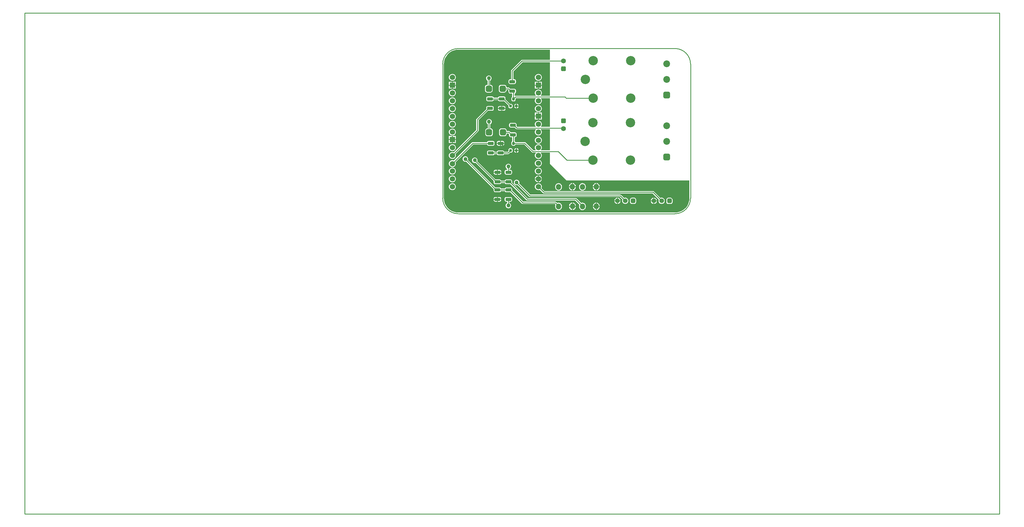
<source format=gtl>
G04*
G04 #@! TF.GenerationSoftware,Altium Limited,Altium Designer,21.3.2 (30)*
G04*
G04 Layer_Physical_Order=1*
G04 Layer_Color=255*
%FSTAX24Y24*%
%MOIN*%
G70*
G04*
G04 #@! TF.SameCoordinates,2CDE0281-AAEF-468F-B01B-39F68B6DA6A9*
G04*
G04*
G04 #@! TF.FilePolarity,Positive*
G04*
G01*
G75*
%ADD10C,0.0100*%
G04:AMPARAMS|DCode=18|XSize=74.8mil|YSize=39.4mil|CornerRadius=9.8mil|HoleSize=0mil|Usage=FLASHONLY|Rotation=0.000|XOffset=0mil|YOffset=0mil|HoleType=Round|Shape=RoundedRectangle|*
%AMROUNDEDRECTD18*
21,1,0.0748,0.0197,0,0,0.0*
21,1,0.0551,0.0394,0,0,0.0*
1,1,0.0197,0.0276,-0.0098*
1,1,0.0197,-0.0276,-0.0098*
1,1,0.0197,-0.0276,0.0098*
1,1,0.0197,0.0276,0.0098*
%
%ADD18ROUNDEDRECTD18*%
G04:AMPARAMS|DCode=19|XSize=31.5mil|YSize=39.4mil|CornerRadius=7.9mil|HoleSize=0mil|Usage=FLASHONLY|Rotation=180.000|XOffset=0mil|YOffset=0mil|HoleType=Round|Shape=RoundedRectangle|*
%AMROUNDEDRECTD19*
21,1,0.0315,0.0236,0,0,180.0*
21,1,0.0157,0.0394,0,0,180.0*
1,1,0.0157,-0.0079,0.0118*
1,1,0.0157,0.0079,0.0118*
1,1,0.0157,0.0079,-0.0118*
1,1,0.0157,-0.0079,-0.0118*
%
%ADD19ROUNDEDRECTD19*%
G04:AMPARAMS|DCode=20|XSize=31.5mil|YSize=35.4mil|CornerRadius=7.9mil|HoleSize=0mil|Usage=FLASHONLY|Rotation=180.000|XOffset=0mil|YOffset=0mil|HoleType=Round|Shape=RoundedRectangle|*
%AMROUNDEDRECTD20*
21,1,0.0315,0.0197,0,0,180.0*
21,1,0.0157,0.0354,0,0,180.0*
1,1,0.0157,-0.0079,0.0098*
1,1,0.0157,0.0079,0.0098*
1,1,0.0157,0.0079,-0.0098*
1,1,0.0157,-0.0079,-0.0098*
%
%ADD20ROUNDEDRECTD20*%
G04:AMPARAMS|DCode=21|XSize=78.7mil|YSize=78.7mil|CornerRadius=19.7mil|HoleSize=0mil|Usage=FLASHONLY|Rotation=270.000|XOffset=0mil|YOffset=0mil|HoleType=Round|Shape=RoundedRectangle|*
%AMROUNDEDRECTD21*
21,1,0.0787,0.0394,0,0,270.0*
21,1,0.0394,0.0787,0,0,270.0*
1,1,0.0394,-0.0197,-0.0197*
1,1,0.0394,-0.0197,0.0197*
1,1,0.0394,0.0197,0.0197*
1,1,0.0394,0.0197,-0.0197*
%
%ADD21ROUNDEDRECTD21*%
%ADD32C,0.0866*%
G04:AMPARAMS|DCode=33|XSize=86.6mil|YSize=86.6mil|CornerRadius=21.7mil|HoleSize=0mil|Usage=FLASHONLY|Rotation=90.000|XOffset=0mil|YOffset=0mil|HoleType=Round|Shape=RoundedRectangle|*
%AMROUNDEDRECTD33*
21,1,0.0866,0.0433,0,0,90.0*
21,1,0.0433,0.0866,0,0,90.0*
1,1,0.0433,0.0217,0.0217*
1,1,0.0433,0.0217,-0.0217*
1,1,0.0433,-0.0217,-0.0217*
1,1,0.0433,-0.0217,0.0217*
%
%ADD33ROUNDEDRECTD33*%
%ADD37C,0.0200*%
G04:AMPARAMS|DCode=38|XSize=63mil|YSize=63mil|CornerRadius=15.7mil|HoleSize=0mil|Usage=FLASHONLY|Rotation=90.000|XOffset=0mil|YOffset=0mil|HoleType=Round|Shape=RoundedRectangle|*
%AMROUNDEDRECTD38*
21,1,0.0630,0.0315,0,0,90.0*
21,1,0.0315,0.0630,0,0,90.0*
1,1,0.0315,0.0157,0.0157*
1,1,0.0315,0.0157,-0.0157*
1,1,0.0315,-0.0157,-0.0157*
1,1,0.0315,-0.0157,0.0157*
%
%ADD38ROUNDEDRECTD38*%
%ADD39C,0.0630*%
%ADD40C,0.0690*%
%ADD41R,0.0690X0.0690*%
%ADD42O,0.0650X0.0750*%
%ADD43C,0.1200*%
%ADD44C,0.0591*%
G04:AMPARAMS|DCode=45|XSize=59.1mil|YSize=59.1mil|CornerRadius=14.8mil|HoleSize=0mil|Usage=FLASHONLY|Rotation=180.000|XOffset=0mil|YOffset=0mil|HoleType=Round|Shape=RoundedRectangle|*
%AMROUNDEDRECTD45*
21,1,0.0591,0.0295,0,0,180.0*
21,1,0.0295,0.0591,0,0,180.0*
1,1,0.0295,-0.0148,0.0148*
1,1,0.0295,0.0148,0.0148*
1,1,0.0295,0.0148,-0.0148*
1,1,0.0295,-0.0148,-0.0148*
%
%ADD45ROUNDEDRECTD45*%
%ADD46C,0.0500*%
G36*
X05545Y059447D02*
X06715D01*
Y058153D01*
X0636D01*
X063541Y058141D01*
X063492Y058108D01*
X062237Y056853D01*
X062204Y056804D01*
X062192Y056745D01*
Y055661D01*
X062069D01*
X061992Y055646D01*
X061926Y055602D01*
X061883Y055536D01*
X061867Y055459D01*
Y055262D01*
X061883Y055184D01*
X061926Y055119D01*
X061992Y055075D01*
X062069Y055059D01*
X062621D01*
X062698Y055075D01*
X062764Y055119D01*
X062808Y055184D01*
X062823Y055262D01*
Y055459D01*
X062808Y055536D01*
X062764Y055602D01*
X062698Y055646D01*
X062621Y055661D01*
X062498D01*
Y056682D01*
X063663Y057847D01*
X06715D01*
Y053558D01*
X066033D01*
X066013Y053604D01*
X066046Y053637D01*
X066105Y053738D01*
X066135Y053851D01*
Y053969D01*
X066105Y054082D01*
X066046Y054183D01*
X065963Y054266D01*
X065862Y054325D01*
X065749Y054355D01*
X065631D01*
X065518Y054325D01*
X065417Y054266D01*
X065334Y054183D01*
X065275Y054082D01*
X065245Y053969D01*
Y053851D01*
X065275Y053738D01*
X065334Y053637D01*
X065367Y053604D01*
X065347Y053558D01*
X064384D01*
X064358Y053553D01*
X062762D01*
X062703Y053541D01*
X062703Y053541D01*
X062653Y053568D01*
Y053845D01*
X062698Y053854D01*
X062764Y053898D01*
X062808Y053964D01*
X062823Y054041D01*
Y054238D01*
X062808Y054316D01*
X062764Y054381D01*
X062698Y054425D01*
X062621Y05444D01*
X062083D01*
X061961Y054563D01*
X061911Y054596D01*
X061853Y054608D01*
X061618D01*
Y054652D01*
X061608Y054729D01*
X061578Y054801D01*
X06153Y054863D01*
X061468Y054911D01*
X061396Y054941D01*
X061318Y054951D01*
X060925D01*
X060847Y054941D01*
X060775Y054911D01*
X060713Y054863D01*
X060666Y054801D01*
X060636Y054729D01*
X060625Y054652D01*
Y054258D01*
X060636Y054181D01*
X060666Y054108D01*
X060713Y054046D01*
X060775Y053999D01*
X060847Y053969D01*
X060925Y053959D01*
X061318D01*
X061396Y053969D01*
X061468Y053999D01*
X06153Y054046D01*
X061578Y054108D01*
X061608Y054181D01*
X061618Y054258D01*
Y054302D01*
X061789D01*
X061867Y054224D01*
Y054041D01*
X061883Y053964D01*
X061926Y053898D01*
X061992Y053854D01*
X062069Y053839D01*
X062347D01*
Y053422D01*
X062292Y053385D01*
X062253Y053326D01*
X062239Y053256D01*
Y05302D01*
X062253Y05295D01*
X062292Y052891D01*
X062352Y052852D01*
X062421Y052838D01*
X062579D01*
X062648Y052852D01*
X062708Y052891D01*
X062747Y05295D01*
X062761Y05302D01*
Y053183D01*
X062825Y053247D01*
X064379D01*
X064404Y053252D01*
X065337D01*
X065357Y053206D01*
X065334Y053183D01*
X065275Y053082D01*
X065245Y052969D01*
Y052851D01*
X065275Y052738D01*
X065334Y052637D01*
X065417Y052554D01*
X065518Y052495D01*
X065631Y052465D01*
X065749D01*
X065862Y052495D01*
X065963Y052554D01*
X066046Y052637D01*
X066105Y052738D01*
X066135Y052851D01*
Y052969D01*
X066105Y053082D01*
X066046Y053183D01*
X066023Y053206D01*
X066043Y053252D01*
X06715D01*
Y049568D01*
X066043D01*
X066023Y049614D01*
X066046Y049637D01*
X066105Y049738D01*
X066135Y049851D01*
Y049969D01*
X066105Y050082D01*
X066046Y050183D01*
X065963Y050266D01*
X065862Y050325D01*
X065749Y050355D01*
X065631D01*
X065518Y050325D01*
X065417Y050266D01*
X065334Y050183D01*
X065275Y050082D01*
X065245Y049969D01*
Y049851D01*
X065275Y049738D01*
X065334Y049637D01*
X065357Y049614D01*
X065337Y049568D01*
X063003D01*
X062899Y049672D01*
X062901Y049682D01*
Y049879D01*
X062886Y049957D01*
X062842Y050022D01*
X062776Y050066D01*
X062699Y050081D01*
X062148D01*
X06207Y050066D01*
X062005Y050022D01*
X061961Y049957D01*
X061946Y049879D01*
Y049682D01*
X061961Y049605D01*
X062005Y049539D01*
X06207Y049495D01*
X062148Y04948D01*
X062659D01*
X062832Y049307D01*
X062882Y049274D01*
X06294Y049262D01*
X065347D01*
X065367Y049216D01*
X065334Y049183D01*
X065275Y049082D01*
X065245Y048969D01*
Y048851D01*
X065275Y048738D01*
X065334Y048637D01*
X065417Y048554D01*
X065518Y048495D01*
X065631Y048465D01*
X065749D01*
X065862Y048495D01*
X065963Y048554D01*
X066046Y048637D01*
X066105Y048738D01*
X066135Y048851D01*
Y048969D01*
X066105Y049082D01*
X066046Y049183D01*
X066013Y049216D01*
X066033Y049262D01*
X06715D01*
Y046568D01*
X066043D01*
X066023Y046614D01*
X066046Y046637D01*
X066105Y046738D01*
X066135Y046851D01*
Y046969D01*
X066105Y047082D01*
X066046Y047183D01*
X065963Y047266D01*
X065862Y047325D01*
X065749Y047355D01*
X065631D01*
X065518Y047325D01*
X065417Y047266D01*
X065334Y047183D01*
X065275Y047082D01*
X065245Y046969D01*
Y046851D01*
X065275Y046738D01*
X065334Y046637D01*
X065357Y046614D01*
X065337Y046568D01*
X065048D01*
X064055Y047561D01*
X064006Y047594D01*
X063947Y047606D01*
X062754D01*
X062747Y047641D01*
X062708Y0477D01*
X062653Y047736D01*
Y04826D01*
X062699D01*
X062776Y048275D01*
X062842Y048319D01*
X062886Y048384D01*
X062901Y048462D01*
Y048659D01*
X062886Y048736D01*
X062842Y048802D01*
X062776Y048846D01*
X062699Y048861D01*
X062162D01*
X062039Y048984D01*
X06199Y049017D01*
X061931Y049028D01*
X061646D01*
Y049072D01*
X061636Y04915D01*
X061606Y049222D01*
X061559Y049284D01*
X061497Y049332D01*
X061424Y049361D01*
X061347Y049372D01*
X060953D01*
X060876Y049361D01*
X060803Y049332D01*
X060741Y049284D01*
X060694Y049222D01*
X060664Y04915D01*
X060654Y049072D01*
Y048679D01*
X060664Y048601D01*
X060694Y048529D01*
X060741Y048467D01*
X060803Y048419D01*
X060876Y048389D01*
X060953Y048379D01*
X061347D01*
X061424Y048389D01*
X061497Y048419D01*
X061559Y048467D01*
X061606Y048529D01*
X061636Y048601D01*
X061646Y048679D01*
Y048722D01*
X061868D01*
X061946Y048645D01*
Y048462D01*
X061961Y048384D01*
X062005Y048319D01*
X06207Y048275D01*
X062148Y04826D01*
X062347D01*
Y047736D01*
X062292Y0477D01*
X062253Y047641D01*
X062239Y047571D01*
Y047335D01*
X062253Y047265D01*
X062292Y047206D01*
X062352Y047166D01*
X062421Y047152D01*
X062579D01*
X062648Y047166D01*
X062708Y047206D01*
X062747Y047265D01*
X062754Y0473D01*
X063884D01*
X064877Y046307D01*
X064926Y046274D01*
X064985Y046262D01*
X065347D01*
X065367Y046216D01*
X065334Y046183D01*
X065275Y046082D01*
X065245Y045969D01*
Y045851D01*
X065275Y045738D01*
X065334Y045637D01*
X065417Y045554D01*
X065518Y045495D01*
X065631Y045465D01*
X065749D01*
X065862Y045495D01*
X065963Y045554D01*
X066046Y045637D01*
X066105Y045738D01*
X066135Y045851D01*
Y045969D01*
X066105Y046082D01*
X066046Y046183D01*
X066013Y046216D01*
X066033Y046262D01*
X06715D01*
Y04485D01*
X0693Y0427D01*
X084997D01*
Y04045D01*
X084998Y040443D01*
X084983Y040209D01*
X084936Y039971D01*
X084858Y039742D01*
X084751Y039526D01*
X084617Y039324D01*
X084457Y039143D01*
X084276Y038983D01*
X084074Y038849D01*
X083858Y038742D01*
X083629Y038664D01*
X083391Y038617D01*
X083157Y038602D01*
X08315Y038603D01*
X05545D01*
X055443Y038602D01*
X055209Y038617D01*
X054971Y038664D01*
X054742Y038742D01*
X054526Y038849D01*
X054324Y038983D01*
X054143Y039143D01*
X053983Y039324D01*
X053849Y039526D01*
X053742Y039742D01*
X053664Y039971D01*
X053617Y040209D01*
X053602Y040443D01*
X053603Y04045D01*
Y0576D01*
X053602Y057607D01*
X053617Y057841D01*
X053664Y058079D01*
X053742Y058308D01*
X053849Y058524D01*
X053983Y058726D01*
X054143Y058907D01*
X054324Y059067D01*
X054526Y059201D01*
X054742Y059308D01*
X054971Y059386D01*
X055209Y059433D01*
X055443Y059448D01*
X05545Y059447D01*
D02*
G37*
%LPC*%
G36*
X065749Y056355D02*
X065631D01*
X065518Y056325D01*
X065417Y056266D01*
X065334Y056183D01*
X065275Y056082D01*
X065245Y055969D01*
Y055851D01*
X065275Y055738D01*
X065334Y055637D01*
X065417Y055554D01*
X065518Y055495D01*
X065631Y055465D01*
X065749D01*
X065862Y055495D01*
X065963Y055554D01*
X066046Y055637D01*
X066105Y055738D01*
X066135Y055851D01*
Y055969D01*
X066105Y056082D01*
X066046Y056183D01*
X065963Y056266D01*
X065862Y056325D01*
X065749Y056355D01*
D02*
G37*
G36*
X054749D02*
X054631D01*
X054518Y056325D01*
X054417Y056266D01*
X054334Y056183D01*
X054275Y056082D01*
X054245Y055969D01*
Y055851D01*
X054275Y055738D01*
X054334Y055637D01*
X054417Y055554D01*
X054518Y055495D01*
X054631Y055465D01*
X054749D01*
X054862Y055495D01*
X054963Y055554D01*
X055046Y055637D01*
X055105Y055738D01*
X055135Y055851D01*
Y055969D01*
X055105Y056082D01*
X055046Y056183D01*
X054963Y056266D01*
X054862Y056325D01*
X054749Y056355D01*
D02*
G37*
G36*
X066135Y055355D02*
X06574D01*
Y05496D01*
X066135D01*
Y055355D01*
D02*
G37*
G36*
X055135D02*
X05474D01*
Y05496D01*
X055135D01*
Y055355D01*
D02*
G37*
G36*
X06564D02*
X065245D01*
Y05496D01*
X06564D01*
Y055355D01*
D02*
G37*
G36*
X05464D02*
X054245D01*
Y05496D01*
X05464D01*
Y055355D01*
D02*
G37*
G36*
X066135Y05486D02*
X06574D01*
Y054465D01*
X066135D01*
Y05486D01*
D02*
G37*
G36*
X06564D02*
X065245D01*
Y054465D01*
X06564D01*
Y05486D01*
D02*
G37*
G36*
X055135D02*
X05474D01*
Y054465D01*
X055135D01*
Y05486D01*
D02*
G37*
G36*
X05464D02*
X054245D01*
Y054465D01*
X05464D01*
Y05486D01*
D02*
G37*
G36*
X059396Y05615D02*
X059304D01*
X059215Y056126D01*
X059135Y05608D01*
X05907Y056015D01*
X059024Y055935D01*
X059Y055846D01*
Y055754D01*
X059024Y055665D01*
X05907Y055585D01*
X059135Y05552D01*
X059197Y055484D01*
Y054951D01*
X059153D01*
X059076Y054941D01*
X059003Y054911D01*
X058941Y054863D01*
X058894Y054801D01*
X058864Y054729D01*
X058854Y054652D01*
Y054258D01*
X058864Y054181D01*
X058894Y054108D01*
X058941Y054046D01*
X059003Y053999D01*
X059076Y053969D01*
X059153Y053959D01*
X059547D01*
X059624Y053969D01*
X059697Y053999D01*
X059759Y054046D01*
X059806Y054108D01*
X059836Y054181D01*
X059846Y054258D01*
Y054652D01*
X059836Y054729D01*
X059806Y054801D01*
X059759Y054863D01*
X059697Y054911D01*
X059624Y054941D01*
X059547Y054951D01*
X059503D01*
Y055484D01*
X059565Y05552D01*
X05963Y055585D01*
X059676Y055665D01*
X0597Y055754D01*
Y055846D01*
X059676Y055935D01*
X05963Y056015D01*
X059565Y05608D01*
X059485Y056126D01*
X059396Y05615D01*
D02*
G37*
G36*
X054749Y054355D02*
X054631D01*
X054518Y054325D01*
X054417Y054266D01*
X054334Y054183D01*
X054275Y054082D01*
X054245Y053969D01*
Y053851D01*
X054275Y053738D01*
X054334Y053637D01*
X054417Y053554D01*
X054518Y053495D01*
X054631Y053465D01*
X054749D01*
X054862Y053495D01*
X054963Y053554D01*
X055046Y053637D01*
X055105Y053738D01*
X055135Y053851D01*
Y053969D01*
X055105Y054082D01*
X055046Y054183D01*
X054963Y054266D01*
X054862Y054325D01*
X054749Y054355D01*
D02*
G37*
G36*
X061276Y053461D02*
X060724D01*
X060647Y053446D01*
X060581Y053402D01*
X060538Y053336D01*
X060533Y053313D01*
X059967D01*
X059963Y053336D01*
X059919Y053402D01*
X059853Y053446D01*
X059776Y053461D01*
X059224D01*
X059147Y053446D01*
X059081Y053402D01*
X059037Y053336D01*
X059022Y053259D01*
Y053062D01*
X059037Y052984D01*
X059081Y052919D01*
X059147Y052875D01*
X059224Y05286D01*
X059776D01*
X059853Y052875D01*
X059919Y052919D01*
X059963Y052984D01*
X059967Y053007D01*
X060533D01*
X060538Y052984D01*
X060581Y052919D01*
X060647Y052875D01*
X060724Y05286D01*
X061276D01*
X061298Y052864D01*
X061865Y052297D01*
Y052134D01*
X061879Y052064D01*
X061918Y052005D01*
X061978Y051966D01*
X062047Y051952D01*
X062205D01*
X062274Y051966D01*
X062334Y052005D01*
X062373Y052064D01*
X062387Y052134D01*
Y052331D01*
X062373Y052401D01*
X062334Y05246D01*
X062274Y052499D01*
X062205Y052513D01*
X062081D01*
X061478Y053117D01*
Y053259D01*
X061462Y053336D01*
X061419Y053402D01*
X061353Y053446D01*
X061276Y053461D01*
D02*
G37*
G36*
X054749Y053355D02*
X054631D01*
X054518Y053325D01*
X054417Y053266D01*
X054334Y053183D01*
X054275Y053082D01*
X054245Y052969D01*
Y052851D01*
X054275Y052738D01*
X054334Y052637D01*
X054417Y052554D01*
X054518Y052495D01*
X054631Y052465D01*
X054749D01*
X054862Y052495D01*
X054963Y052554D01*
X055046Y052637D01*
X055105Y052738D01*
X055135Y052851D01*
Y052969D01*
X055105Y053082D01*
X055046Y053183D01*
X054963Y053266D01*
X054862Y053325D01*
X054749Y053355D01*
D02*
G37*
G36*
X062953Y052513D02*
X062924D01*
Y052283D01*
X063135D01*
Y052331D01*
X063121Y052401D01*
X063082Y05246D01*
X063022Y052499D01*
X062953Y052513D01*
D02*
G37*
G36*
X062824D02*
X062795D01*
X062726Y052499D01*
X062666Y05246D01*
X062627Y052401D01*
X062613Y052331D01*
Y052283D01*
X062824D01*
Y052513D01*
D02*
G37*
G36*
X061276Y052241D02*
X06105D01*
Y05199D01*
X061478D01*
Y052038D01*
X061462Y052116D01*
X061419Y052181D01*
X061353Y052225D01*
X061276Y052241D01*
D02*
G37*
G36*
X06095D02*
X060724D01*
X060647Y052225D01*
X060581Y052181D01*
X060538Y052116D01*
X060522Y052038D01*
Y05199D01*
X06095D01*
Y052241D01*
D02*
G37*
G36*
X063135Y052183D02*
X062924D01*
Y051952D01*
X062953D01*
X063022Y051966D01*
X063082Y052005D01*
X063121Y052064D01*
X063135Y052134D01*
Y052183D01*
D02*
G37*
G36*
X062824D02*
X062613D01*
Y052134D01*
X062627Y052064D01*
X062666Y052005D01*
X062726Y051966D01*
X062795Y051952D01*
X062824D01*
Y052183D01*
D02*
G37*
G36*
X061478Y05189D02*
X06105D01*
Y051639D01*
X061276D01*
X061353Y051654D01*
X061419Y051698D01*
X061462Y051764D01*
X061478Y051841D01*
Y05189D01*
D02*
G37*
G36*
X06095D02*
X060522D01*
Y051841D01*
X060538Y051764D01*
X060581Y051698D01*
X060647Y051654D01*
X060724Y051639D01*
X06095D01*
Y05189D01*
D02*
G37*
G36*
X065749Y052355D02*
X065631D01*
X065518Y052325D01*
X065417Y052266D01*
X065334Y052183D01*
X065275Y052082D01*
X065245Y051969D01*
Y051851D01*
X065275Y051738D01*
X065334Y051637D01*
X065417Y051554D01*
X065518Y051495D01*
X065631Y051465D01*
X065749D01*
X065862Y051495D01*
X065963Y051554D01*
X066046Y051637D01*
X066105Y051738D01*
X066135Y051851D01*
Y051969D01*
X066105Y052082D01*
X066046Y052183D01*
X065963Y052266D01*
X065862Y052325D01*
X065749Y052355D01*
D02*
G37*
G36*
X054749D02*
X054631D01*
X054518Y052325D01*
X054417Y052266D01*
X054334Y052183D01*
X054275Y052082D01*
X054245Y051969D01*
Y051851D01*
X054275Y051738D01*
X054334Y051637D01*
X054417Y051554D01*
X054518Y051495D01*
X054631Y051465D01*
X054749D01*
X054862Y051495D01*
X054963Y051554D01*
X055046Y051637D01*
X055105Y051738D01*
X055135Y051851D01*
Y051969D01*
X055105Y052082D01*
X055046Y052183D01*
X054963Y052266D01*
X054862Y052325D01*
X054749Y052355D01*
D02*
G37*
G36*
X066135Y051405D02*
X06574D01*
Y05101D01*
X066135D01*
Y051405D01*
D02*
G37*
G36*
X06564D02*
X065245D01*
Y05101D01*
X06564D01*
Y051405D01*
D02*
G37*
G36*
X066135Y05091D02*
X06574D01*
Y050515D01*
X066135D01*
Y05091D01*
D02*
G37*
G36*
X06564D02*
X065245D01*
Y050515D01*
X06564D01*
Y05091D01*
D02*
G37*
G36*
X054749Y051355D02*
X054631D01*
X054518Y051325D01*
X054417Y051266D01*
X054334Y051183D01*
X054275Y051082D01*
X054245Y050969D01*
Y050851D01*
X054275Y050738D01*
X054334Y050637D01*
X054417Y050554D01*
X054518Y050495D01*
X054631Y050465D01*
X054749D01*
X054862Y050495D01*
X054963Y050554D01*
X055046Y050637D01*
X055105Y050738D01*
X055135Y050851D01*
Y050969D01*
X055105Y051082D01*
X055046Y051183D01*
X054963Y051266D01*
X054862Y051325D01*
X054749Y051355D01*
D02*
G37*
G36*
Y050355D02*
X054631D01*
X054518Y050325D01*
X054417Y050266D01*
X054334Y050183D01*
X054275Y050082D01*
X054245Y049969D01*
Y049851D01*
X054275Y049738D01*
X054334Y049637D01*
X054417Y049554D01*
X054518Y049495D01*
X054631Y049465D01*
X054749D01*
X054862Y049495D01*
X054963Y049554D01*
X055046Y049637D01*
X055105Y049738D01*
X055135Y049851D01*
Y049969D01*
X055105Y050082D01*
X055046Y050183D01*
X054963Y050266D01*
X054862Y050325D01*
X054749Y050355D01*
D02*
G37*
G36*
Y049355D02*
X054631D01*
X054518Y049325D01*
X054417Y049266D01*
X054334Y049183D01*
X054275Y049082D01*
X054245Y048969D01*
Y048851D01*
X054275Y048738D01*
X054334Y048637D01*
X054417Y048554D01*
X054518Y048495D01*
X054631Y048465D01*
X054749D01*
X054862Y048495D01*
X054963Y048554D01*
X055046Y048637D01*
X055105Y048738D01*
X055135Y048851D01*
Y048969D01*
X055105Y049082D01*
X055046Y049183D01*
X054963Y049266D01*
X054862Y049325D01*
X054749Y049355D01*
D02*
G37*
G36*
X059424Y050578D02*
X059332D01*
X059243Y050554D01*
X059163Y050508D01*
X059098Y050443D01*
X059052Y050363D01*
X059028Y050274D01*
Y050182D01*
X059052Y050093D01*
X059098Y050013D01*
X059163Y049948D01*
X059225Y049913D01*
Y049372D01*
X059181D01*
X059104Y049361D01*
X059032Y049332D01*
X05897Y049284D01*
X058922Y049222D01*
X058892Y04915D01*
X058882Y049072D01*
Y048679D01*
X058892Y048601D01*
X058922Y048529D01*
X05897Y048467D01*
X059032Y048419D01*
X059104Y048389D01*
X059181Y048379D01*
X059575D01*
X059653Y048389D01*
X059725Y048419D01*
X059787Y048467D01*
X059834Y048529D01*
X059864Y048601D01*
X059875Y048679D01*
Y049072D01*
X059864Y04915D01*
X059834Y049222D01*
X059787Y049284D01*
X059725Y049332D01*
X059653Y049361D01*
X059575Y049372D01*
X059531D01*
Y049913D01*
X059593Y049948D01*
X059658Y050013D01*
X059704Y050093D01*
X059728Y050182D01*
Y050274D01*
X059704Y050363D01*
X059658Y050443D01*
X059593Y050508D01*
X059513Y050554D01*
X059424Y050578D01*
D02*
G37*
G36*
X055135Y048405D02*
X05474D01*
Y04801D01*
X055135D01*
Y048405D01*
D02*
G37*
G36*
X05464D02*
X054245D01*
Y04801D01*
X05464D01*
Y048405D01*
D02*
G37*
G36*
X055135Y04791D02*
X05474D01*
Y047515D01*
X055135D01*
Y04791D01*
D02*
G37*
G36*
X05464D02*
X054245D01*
Y047515D01*
X05464D01*
Y04791D01*
D02*
G37*
G36*
X061126Y047761D02*
X0609D01*
Y04751D01*
X061328D01*
Y047559D01*
X061312Y047636D01*
X061269Y047702D01*
X061203Y047746D01*
X061126Y047761D01*
D02*
G37*
G36*
X0608D02*
X060574D01*
X060497Y047746D01*
X060431Y047702D01*
X060388Y047636D01*
X060372Y047559D01*
Y04751D01*
X0608D01*
Y047761D01*
D02*
G37*
G36*
X065749Y048305D02*
X065631D01*
X065518Y048275D01*
X065417Y048216D01*
X065334Y048133D01*
X065275Y048032D01*
X065245Y047919D01*
Y047801D01*
X065275Y047688D01*
X065334Y047587D01*
X065417Y047504D01*
X065518Y047445D01*
X065631Y047415D01*
X065749D01*
X065862Y047445D01*
X065963Y047504D01*
X066046Y047587D01*
X066105Y047688D01*
X066135Y047801D01*
Y047919D01*
X066105Y048032D01*
X066046Y048133D01*
X065963Y048216D01*
X065862Y048275D01*
X065749Y048305D01*
D02*
G37*
G36*
X061328Y04741D02*
X0609D01*
Y04716D01*
X061126D01*
X061203Y047175D01*
X061269Y047219D01*
X061312Y047284D01*
X061328Y047362D01*
Y04741D01*
D02*
G37*
G36*
X0608D02*
X060372D01*
Y047362D01*
X060388Y047284D01*
X060431Y047219D01*
X060497Y047175D01*
X060574Y04716D01*
X0608D01*
Y04741D01*
D02*
G37*
G36*
X059876Y047761D02*
X059324D01*
X059247Y047746D01*
X059181Y047702D01*
X059138Y047636D01*
X059133Y047613D01*
X05729D01*
X057232Y047602D01*
X057182Y047568D01*
X054879Y045265D01*
X054862Y045275D01*
X054749Y045305D01*
X054631D01*
X054518Y045275D01*
X054417Y045216D01*
X054334Y045133D01*
X054275Y045032D01*
X054245Y044919D01*
Y044801D01*
X054275Y044688D01*
X054334Y044587D01*
X054417Y044504D01*
X054518Y044445D01*
X054631Y044415D01*
X054749D01*
X054862Y044445D01*
X054963Y044504D01*
X055046Y044587D01*
X055105Y044688D01*
X055135Y044801D01*
Y044919D01*
X055105Y045032D01*
X055095Y045049D01*
X057354Y047307D01*
X059133D01*
X059138Y047284D01*
X059181Y047219D01*
X059247Y047175D01*
X059324Y04716D01*
X059876D01*
X059953Y047175D01*
X060019Y047219D01*
X060062Y047284D01*
X060078Y047362D01*
Y047559D01*
X060062Y047636D01*
X060019Y047702D01*
X059953Y047746D01*
X059876Y047761D01*
D02*
G37*
G36*
X062953Y046828D02*
X062924D01*
Y046597D01*
X063135D01*
Y046646D01*
X063121Y046715D01*
X063082Y046775D01*
X063022Y046814D01*
X062953Y046828D01*
D02*
G37*
G36*
X062824D02*
X062795D01*
X062726Y046814D01*
X062666Y046775D01*
X062627Y046715D01*
X062613Y046646D01*
Y046597D01*
X062824D01*
Y046828D01*
D02*
G37*
G36*
X054749Y047355D02*
X054631D01*
X054518Y047325D01*
X054417Y047266D01*
X054334Y047183D01*
X054275Y047082D01*
X054245Y046969D01*
Y046851D01*
X054275Y046738D01*
X054334Y046637D01*
X054417Y046554D01*
X054518Y046495D01*
X054631Y046465D01*
X054749D01*
X054862Y046495D01*
X054963Y046554D01*
X055046Y046637D01*
X055105Y046738D01*
X055135Y046851D01*
Y046969D01*
X055105Y047082D01*
X055046Y047183D01*
X054963Y047266D01*
X054862Y047325D01*
X054749Y047355D01*
D02*
G37*
G36*
X062205Y046828D02*
X062047D01*
X061978Y046814D01*
X061918Y046775D01*
X061879Y046715D01*
X061865Y046646D01*
Y046483D01*
X061775Y046393D01*
X061317D01*
X061312Y046416D01*
X061269Y046481D01*
X061203Y046525D01*
X061126Y04654D01*
X060574D01*
X060497Y046525D01*
X060431Y046481D01*
X060388Y046416D01*
X060383Y046393D01*
X060067D01*
X060062Y046416D01*
X060019Y046481D01*
X059953Y046525D01*
X059876Y04654D01*
X059324D01*
X059247Y046525D01*
X059181Y046481D01*
X059138Y046416D01*
X059122Y046338D01*
Y046141D01*
X059138Y046064D01*
X059181Y045998D01*
X059247Y045954D01*
X059324Y045939D01*
X059876D01*
X059953Y045954D01*
X060019Y045998D01*
X060062Y046064D01*
X060067Y046087D01*
X060383D01*
X060388Y046064D01*
X060431Y045998D01*
X060497Y045954D01*
X060574Y045939D01*
X061126D01*
X061203Y045954D01*
X061269Y045998D01*
X061312Y046064D01*
X061317Y046087D01*
X061838D01*
X061897Y046098D01*
X061946Y046132D01*
X062081Y046267D01*
X062205D01*
X062274Y04628D01*
X062334Y04632D01*
X062373Y046379D01*
X062387Y046449D01*
Y046646D01*
X062373Y046715D01*
X062334Y046775D01*
X062274Y046814D01*
X062205Y046828D01*
D02*
G37*
G36*
X059776Y052241D02*
X059224D01*
X059147Y052225D01*
X059081Y052181D01*
X059037Y052116D01*
X059022Y052038D01*
Y051855D01*
X057792Y050625D01*
X057759Y050575D01*
X057747Y050517D01*
Y049183D01*
X054879Y046315D01*
X054862Y046325D01*
X054749Y046355D01*
X054631D01*
X054518Y046325D01*
X054417Y046266D01*
X054334Y046183D01*
X054275Y046082D01*
X054245Y045969D01*
Y045851D01*
X054275Y045738D01*
X054334Y045637D01*
X054417Y045554D01*
X054518Y045495D01*
X054631Y045465D01*
X054749D01*
X054862Y045495D01*
X054963Y045554D01*
X055046Y045637D01*
X055105Y045738D01*
X055135Y045851D01*
Y045969D01*
X055105Y046082D01*
X055095Y046099D01*
X058008Y049012D01*
X058041Y049061D01*
X058053Y04912D01*
Y050454D01*
X059238Y051639D01*
X059776D01*
X059853Y051654D01*
X059919Y051698D01*
X059963Y051764D01*
X059978Y051841D01*
Y052038D01*
X059963Y052116D01*
X059919Y052181D01*
X059853Y052225D01*
X059776Y052241D01*
D02*
G37*
G36*
X063135Y046497D02*
X062924D01*
Y046267D01*
X062953D01*
X063022Y04628D01*
X063082Y04632D01*
X063121Y046379D01*
X063135Y046449D01*
Y046497D01*
D02*
G37*
G36*
X062824D02*
X062613D01*
Y046449D01*
X062627Y046379D01*
X062666Y04632D01*
X062726Y04628D01*
X062795Y046267D01*
X062824D01*
Y046497D01*
D02*
G37*
G36*
X065749Y045355D02*
X065631D01*
X065518Y045325D01*
X065417Y045266D01*
X065334Y045183D01*
X065275Y045082D01*
X065245Y044969D01*
Y044851D01*
X065275Y044738D01*
X065334Y044637D01*
X065417Y044554D01*
X065518Y044495D01*
X065631Y044465D01*
X065749D01*
X065862Y044495D01*
X065963Y044554D01*
X066046Y044637D01*
X066105Y044738D01*
X066135Y044851D01*
Y044969D01*
X066105Y045082D01*
X066046Y045183D01*
X065963Y045266D01*
X065862Y045325D01*
X065749Y045355D01*
D02*
G37*
G36*
X060729Y044061D02*
X060503D01*
Y04381D01*
X060931D01*
Y043859D01*
X060916Y043936D01*
X060872Y044002D01*
X060806Y044046D01*
X060729Y044061D01*
D02*
G37*
G36*
X060403D02*
X060178D01*
X0601Y044046D01*
X060034Y044002D01*
X059991Y043936D01*
X059975Y043859D01*
Y04381D01*
X060403D01*
Y044061D01*
D02*
G37*
G36*
X065749Y044355D02*
X065631D01*
X065518Y044325D01*
X065417Y044266D01*
X065334Y044183D01*
X065275Y044082D01*
X065245Y043969D01*
Y043851D01*
X065275Y043738D01*
X065334Y043637D01*
X065417Y043554D01*
X065518Y043495D01*
X065631Y043465D01*
X065749D01*
X065862Y043495D01*
X065963Y043554D01*
X066046Y043637D01*
X066105Y043738D01*
X066135Y043851D01*
Y043969D01*
X066105Y044082D01*
X066046Y044183D01*
X065963Y044266D01*
X065862Y044325D01*
X065749Y044355D01*
D02*
G37*
G36*
X054749D02*
X054631D01*
X054518Y044325D01*
X054417Y044266D01*
X054334Y044183D01*
X054275Y044082D01*
X054245Y043969D01*
Y043851D01*
X054275Y043738D01*
X054334Y043637D01*
X054417Y043554D01*
X054518Y043495D01*
X054631Y043465D01*
X054749D01*
X054862Y043495D01*
X054963Y043554D01*
X055046Y043637D01*
X055105Y043738D01*
X055135Y043851D01*
Y043969D01*
X055105Y044082D01*
X055046Y044183D01*
X054963Y044266D01*
X054862Y044325D01*
X054749Y044355D01*
D02*
G37*
G36*
X061896Y04485D02*
X061804D01*
X061715Y044826D01*
X061635Y04478D01*
X06157Y044715D01*
X061524Y044635D01*
X0615Y044546D01*
Y044454D01*
X061524Y044365D01*
X06157Y044285D01*
X061635Y04422D01*
X061697Y044184D01*
Y044061D01*
X061574D01*
X061497Y044046D01*
X061431Y044002D01*
X061388Y043936D01*
X061372Y043859D01*
Y043662D01*
X061388Y043584D01*
X061431Y043519D01*
X061497Y043475D01*
X061574Y04346D01*
X062126D01*
X062203Y043475D01*
X062269Y043519D01*
X062312Y043584D01*
X062328Y043662D01*
Y043859D01*
X062312Y043936D01*
X062269Y044002D01*
X062203Y044046D01*
X062126Y044061D01*
X062003D01*
Y044184D01*
X062065Y04422D01*
X06213Y044285D01*
X062176Y044365D01*
X0622Y044454D01*
Y044546D01*
X062176Y044635D01*
X06213Y044715D01*
X062065Y04478D01*
X061985Y044826D01*
X061896Y04485D01*
D02*
G37*
G36*
X060931Y04371D02*
X060503D01*
Y04346D01*
X060729D01*
X060806Y043475D01*
X060872Y043519D01*
X060916Y043584D01*
X060931Y043662D01*
Y04371D01*
D02*
G37*
G36*
X060403D02*
X059975D01*
Y043662D01*
X059991Y043584D01*
X060034Y043519D01*
X0601Y043475D01*
X060178Y04346D01*
X060403D01*
Y04371D01*
D02*
G37*
G36*
X065749Y043355D02*
X06574D01*
Y04296D01*
X066135D01*
Y042969D01*
X066105Y043082D01*
X066046Y043183D01*
X065963Y043266D01*
X065862Y043325D01*
X065749Y043355D01*
D02*
G37*
G36*
X06564D02*
X065631D01*
X065518Y043325D01*
X065417Y043266D01*
X065334Y043183D01*
X065275Y043082D01*
X065245Y042969D01*
Y04296D01*
X06564D01*
Y043355D01*
D02*
G37*
G36*
X066135Y04286D02*
X06574D01*
Y042465D01*
X065749D01*
X065862Y042495D01*
X065963Y042554D01*
X066046Y042637D01*
X066105Y042738D01*
X066135Y042851D01*
Y04286D01*
D02*
G37*
G36*
X06564D02*
X065245D01*
Y042851D01*
X065275Y042738D01*
X065334Y042637D01*
X065417Y042554D01*
X065518Y042495D01*
X065631Y042465D01*
X06564D01*
Y04286D01*
D02*
G37*
G36*
X054749Y043355D02*
X054631D01*
X054518Y043325D01*
X054417Y043266D01*
X054334Y043183D01*
X054275Y043082D01*
X054245Y042969D01*
Y042851D01*
X054275Y042738D01*
X054334Y042637D01*
X054417Y042554D01*
X054518Y042495D01*
X054631Y042465D01*
X054749D01*
X054862Y042495D01*
X054963Y042554D01*
X055046Y042637D01*
X055105Y042738D01*
X055135Y042851D01*
Y042969D01*
X055105Y043082D01*
X055046Y043183D01*
X054963Y043266D01*
X054862Y043325D01*
X054749Y043355D01*
D02*
G37*
G36*
X07314Y042372D02*
Y04195D01*
X073519D01*
X073504Y042061D01*
X073461Y042164D01*
X073393Y042253D01*
X073304Y042321D01*
X073201Y042364D01*
X07314Y042372D01*
D02*
G37*
G36*
X07304D02*
X072979Y042364D01*
X072876Y042321D01*
X072787Y042253D01*
X072719Y042164D01*
X072676Y042061D01*
X072661Y04195D01*
X07304D01*
Y042372D01*
D02*
G37*
G36*
X07009D02*
Y04195D01*
X070469D01*
X070454Y042061D01*
X070411Y042164D01*
X070343Y042253D01*
X070254Y042321D01*
X070151Y042364D01*
X07009Y042372D01*
D02*
G37*
G36*
X06999D02*
X069929Y042364D01*
X069826Y042321D01*
X069737Y042253D01*
X069669Y042164D01*
X069626Y042061D01*
X069611Y04195D01*
X06999D01*
Y042372D01*
D02*
G37*
G36*
X054749Y042355D02*
X054631D01*
X054518Y042325D01*
X054417Y042266D01*
X054334Y042183D01*
X054275Y042082D01*
X054245Y041969D01*
Y041851D01*
X054275Y041738D01*
X054334Y041637D01*
X054417Y041554D01*
X054518Y041495D01*
X054631Y041465D01*
X054749D01*
X054862Y041495D01*
X054963Y041554D01*
X055046Y041637D01*
X055105Y041738D01*
X055135Y041851D01*
Y041969D01*
X055105Y042082D01*
X055046Y042183D01*
X054963Y042266D01*
X054862Y042325D01*
X054749Y042355D01*
D02*
G37*
G36*
X073519Y04185D02*
X07314D01*
Y041428D01*
X073201Y041436D01*
X073304Y041479D01*
X073393Y041547D01*
X073461Y041636D01*
X073504Y041739D01*
X073519Y04185D01*
D02*
G37*
G36*
X07304D02*
X072661D01*
X072676Y041739D01*
X072719Y041636D01*
X072787Y041547D01*
X072876Y041479D01*
X072979Y041436D01*
X07304Y041428D01*
Y04185D01*
D02*
G37*
G36*
X070469D02*
X07009D01*
Y041428D01*
X070151Y041436D01*
X070254Y041479D01*
X070343Y041547D01*
X070411Y041636D01*
X070454Y041739D01*
X070469Y04185D01*
D02*
G37*
G36*
X06999D02*
X069611D01*
X069626Y041739D01*
X069669Y041636D01*
X069737Y041547D01*
X069826Y041479D01*
X069929Y041436D01*
X06999Y041428D01*
Y04185D01*
D02*
G37*
G36*
X07132Y042369D02*
X071209Y042354D01*
X071106Y042311D01*
X071017Y042243D01*
X070949Y042154D01*
X070906Y042051D01*
X070891Y04194D01*
Y04184D01*
X070906Y041729D01*
X070949Y041626D01*
X071017Y041537D01*
X071106Y041469D01*
X071209Y041426D01*
X07132Y041411D01*
X071431Y041426D01*
X071534Y041469D01*
X071623Y041537D01*
X071691Y041626D01*
X071734Y041729D01*
X071749Y04184D01*
Y04194D01*
X071734Y042051D01*
X071691Y042154D01*
X071623Y042243D01*
X071534Y042311D01*
X071431Y042354D01*
X07132Y042369D01*
D02*
G37*
G36*
X06827D02*
X068159Y042354D01*
X068056Y042311D01*
X067967Y042243D01*
X067899Y042154D01*
X067897Y04215D01*
X067856Y042051D01*
X067841Y04194D01*
Y04184D01*
X067856Y041729D01*
X067899Y041626D01*
X067967Y041537D01*
X068056Y041469D01*
X068159Y041426D01*
X06827Y041411D01*
X068381Y041426D01*
X068484Y041469D01*
X068573Y041537D01*
X068641Y041626D01*
X068684Y041729D01*
X068699Y04184D01*
Y04194D01*
X068684Y042051D01*
X068643Y04215D01*
X068641Y042154D01*
X068573Y042243D01*
X068484Y042311D01*
X068381Y042354D01*
X06827Y042369D01*
D02*
G37*
G36*
X060722Y040591D02*
X060497D01*
Y04034D01*
X060925D01*
Y040388D01*
X060909Y040466D01*
X060866Y040531D01*
X0608Y040575D01*
X060722Y040591D01*
D02*
G37*
G36*
X060397D02*
X060171D01*
X060094Y040575D01*
X060028Y040531D01*
X059984Y040466D01*
X059969Y040388D01*
Y04034D01*
X060397D01*
Y040591D01*
D02*
G37*
G36*
X080502Y040495D02*
X0805D01*
Y04015D01*
X080845D01*
Y040152D01*
X080818Y040253D01*
X080766Y040343D01*
X080693Y040416D01*
X080603Y040468D01*
X080502Y040495D01*
D02*
G37*
G36*
X075852D02*
X07585D01*
Y04015D01*
X076195D01*
Y040152D01*
X076168Y040253D01*
X076116Y040343D01*
X076043Y040416D01*
X075953Y040468D01*
X075852Y040495D01*
D02*
G37*
G36*
X0804D02*
X080398D01*
X080297Y040468D01*
X080207Y040416D01*
X080134Y040343D01*
X080082Y040253D01*
X080055Y040152D01*
Y04015D01*
X0804D01*
Y040495D01*
D02*
G37*
G36*
X07575D02*
X075748D01*
X075647Y040468D01*
X075557Y040416D01*
X075484Y040343D01*
X075432Y040253D01*
X075405Y040152D01*
Y04015D01*
X07575D01*
Y040495D01*
D02*
G37*
G36*
X060925Y04024D02*
X060497D01*
Y039989D01*
X060722D01*
X0608Y040004D01*
X060866Y040048D01*
X060909Y040114D01*
X060925Y040191D01*
Y04024D01*
D02*
G37*
G36*
X060397D02*
X059969D01*
Y040191D01*
X059984Y040114D01*
X060028Y040048D01*
X060094Y040004D01*
X060171Y039989D01*
X060397D01*
Y04024D01*
D02*
G37*
G36*
X065749Y042355D02*
X065631D01*
X065518Y042325D01*
X065417Y042266D01*
X065334Y042183D01*
X065275Y042082D01*
X065245Y041969D01*
Y041851D01*
X065275Y041738D01*
X065334Y041637D01*
X065417Y041554D01*
X065518Y041495D01*
X065608Y041471D01*
D01*
X065631Y041465D01*
X065749D01*
X065862Y041495D01*
X065879Y041505D01*
X066292Y041092D01*
X066341Y041059D01*
X0664Y041047D01*
X080287D01*
X081082Y040252D01*
X081055Y040152D01*
Y040048D01*
X081082Y039947D01*
X081134Y039857D01*
X081207Y039784D01*
X081297Y039732D01*
X081398Y039705D01*
X081502D01*
X081603Y039732D01*
X081693Y039784D01*
X081766Y039857D01*
X081818Y039947D01*
X081845Y040048D01*
Y040152D01*
X081818Y040253D01*
X081766Y040343D01*
X081693Y040416D01*
X081603Y040468D01*
X081502Y040495D01*
X081398D01*
X081298Y040468D01*
X080458Y041308D01*
X080409Y041341D01*
X08035Y041353D01*
X066463D01*
X066095Y041721D01*
X066105Y041738D01*
X066135Y041851D01*
Y041969D01*
D01*
X066121Y042023D01*
D01*
X066105Y042082D01*
X066046Y042183D01*
X065963Y042266D01*
X065862Y042325D01*
X065749Y042355D01*
D02*
G37*
G36*
X080845Y04005D02*
X0805D01*
Y039705D01*
X080502D01*
X080603Y039732D01*
X080693Y039784D01*
X080766Y039857D01*
X080818Y039947D01*
X080845Y040048D01*
Y04005D01*
D02*
G37*
G36*
X0804D02*
X080055D01*
Y040048D01*
X080082Y039947D01*
X080134Y039857D01*
X080207Y039784D01*
X080297Y039732D01*
X080398Y039705D01*
X0804D01*
Y04005D01*
D02*
G37*
G36*
X062946Y0428D02*
X062854D01*
X062765Y042776D01*
X062685Y04273D01*
X06262Y042665D01*
X062574Y042585D01*
X06255Y042496D01*
Y042404D01*
X062574Y042315D01*
X06262Y042235D01*
X062685Y04217D01*
X062765Y042124D01*
X062854Y0421D01*
X062946D01*
X063015Y042119D01*
X064492Y040642D01*
X064541Y040609D01*
X0646Y040597D01*
X076087D01*
X076432Y040252D01*
X076405Y040152D01*
Y040048D01*
X076432Y039947D01*
X076484Y039857D01*
X076557Y039784D01*
X076647Y039732D01*
X076748Y039705D01*
X076852D01*
X076953Y039732D01*
X077043Y039784D01*
X077116Y039857D01*
X077168Y039947D01*
X077195Y040048D01*
Y040152D01*
X077168Y040253D01*
X077116Y040343D01*
X077043Y040416D01*
X076953Y040468D01*
X076852Y040495D01*
X076748D01*
X076648Y040468D01*
X076258Y040858D01*
X076209Y040891D01*
X07615Y040903D01*
X064663D01*
X063231Y042335D01*
X06325Y042404D01*
Y042496D01*
X063226Y042585D01*
X06318Y042665D01*
X063115Y04273D01*
X063035Y042776D01*
X062946Y0428D01*
D02*
G37*
G36*
X076195Y04005D02*
X07585D01*
Y039705D01*
X075852D01*
X075953Y039732D01*
X076043Y039784D01*
X076116Y039857D01*
X076168Y039947D01*
X076195Y040048D01*
Y04005D01*
D02*
G37*
G36*
X07575D02*
X075405D01*
Y040048D01*
X075432Y039947D01*
X075484Y039857D01*
X075557Y039784D01*
X075647Y039732D01*
X075748Y039705D01*
X07575D01*
Y04005D01*
D02*
G37*
G36*
X082598Y0405D02*
X082302D01*
X082206Y040481D01*
X082124Y040426D01*
X082069Y040344D01*
X08205Y040248D01*
Y039952D01*
X082069Y039856D01*
X082124Y039774D01*
X082206Y039719D01*
X082302Y0397D01*
X082598D01*
X082694Y039719D01*
X082776Y039774D01*
X082831Y039856D01*
X08285Y039952D01*
Y040248D01*
X082831Y040344D01*
X082776Y040426D01*
X082694Y040481D01*
X082598Y0405D01*
D02*
G37*
G36*
X077948D02*
X077652D01*
X077556Y040481D01*
X077474Y040426D01*
X077419Y040344D01*
X0774Y040248D01*
Y039952D01*
X077419Y039856D01*
X077474Y039774D01*
X077556Y039719D01*
X077652Y0397D01*
X077948D01*
X078044Y039719D01*
X078126Y039774D01*
X078181Y039856D01*
X0782Y039952D01*
Y040248D01*
X078181Y040344D01*
X078126Y040426D01*
X078044Y040481D01*
X077948Y0405D01*
D02*
G37*
G36*
X07315Y039872D02*
Y03945D01*
X073529D01*
X073514Y039561D01*
X073471Y039664D01*
X073403Y039753D01*
X073314Y039821D01*
X073211Y039864D01*
X07315Y039872D01*
D02*
G37*
G36*
X07305D02*
X072989Y039864D01*
X072886Y039821D01*
X072797Y039753D01*
X072729Y039664D01*
X072686Y039561D01*
X072671Y03945D01*
X07305D01*
Y039872D01*
D02*
G37*
G36*
X0701D02*
Y03945D01*
X070479D01*
X070464Y039561D01*
X070421Y039664D01*
X070353Y039753D01*
X070264Y039821D01*
X070161Y039864D01*
X0701Y039872D01*
D02*
G37*
G36*
X07D02*
X069939Y039864D01*
X069836Y039821D01*
X069747Y039753D01*
X069679Y039664D01*
X069636Y039561D01*
X069621Y03945D01*
X07D01*
Y039872D01*
D02*
G37*
G36*
X062126Y040591D02*
X061574D01*
X061497Y040575D01*
X061431Y040531D01*
X061388Y040466D01*
X061372Y040388D01*
Y040191D01*
X061388Y040114D01*
X061431Y040048D01*
X061497Y040004D01*
X061574Y039989D01*
X061697D01*
Y039816D01*
X061635Y03978D01*
X06157Y039715D01*
X061524Y039635D01*
X0615Y039546D01*
Y039454D01*
X061524Y039365D01*
X06157Y039285D01*
X061635Y03922D01*
X061715Y039174D01*
X061804Y03915D01*
X061896D01*
X061985Y039174D01*
X062065Y03922D01*
X06213Y039285D01*
X062176Y039365D01*
X0622Y039454D01*
Y039546D01*
X062176Y039635D01*
X06213Y039715D01*
X062065Y03978D01*
X062003Y039816D01*
Y039989D01*
X062126D01*
X062203Y040004D01*
X062269Y040048D01*
X062312Y040114D01*
X062328Y040191D01*
Y040388D01*
X062312Y040466D01*
X062269Y040531D01*
X062203Y040575D01*
X062126Y040591D01*
D02*
G37*
G36*
X073529Y03935D02*
X07315D01*
Y038928D01*
X073211Y038936D01*
X073314Y038979D01*
X073403Y039047D01*
X073471Y039136D01*
X073514Y039239D01*
X073529Y03935D01*
D02*
G37*
G36*
X07305D02*
X072671D01*
X072686Y039239D01*
X072729Y039136D01*
X072797Y039047D01*
X072886Y038979D01*
X072989Y038936D01*
X07305Y038928D01*
Y03935D01*
D02*
G37*
G36*
X070479D02*
X0701D01*
Y038928D01*
X070161Y038936D01*
X070264Y038979D01*
X070353Y039047D01*
X070421Y039136D01*
X070464Y039239D01*
X070479Y03935D01*
D02*
G37*
G36*
X07D02*
X069621D01*
X069636Y039239D01*
X069679Y039136D01*
X069747Y039047D01*
X069836Y038979D01*
X069939Y038936D01*
X07Y038928D01*
Y03935D01*
D02*
G37*
G36*
X057596Y04565D02*
X057504D01*
X057415Y045626D01*
X057335Y04558D01*
X05727Y045515D01*
X057224Y045435D01*
X0572Y045346D01*
Y045254D01*
X057224Y045165D01*
X05727Y045085D01*
X057335Y04502D01*
X057415Y044974D01*
X057504Y04495D01*
X057596D01*
X057652Y044965D01*
X059976Y042641D01*
X059975Y042638D01*
Y042441D01*
X059991Y042364D01*
X060034Y042298D01*
X0601Y042254D01*
X060178Y042239D01*
X060729D01*
X060806Y042254D01*
X060872Y042298D01*
X060916Y042364D01*
X06092Y042387D01*
X061383D01*
X061388Y042364D01*
X061431Y042298D01*
X061497Y042254D01*
X061574Y042239D01*
X062112D01*
X064159Y040192D01*
X064208Y040159D01*
X064267Y040147D01*
X070397D01*
X070931Y039612D01*
X070906Y039551D01*
X070891Y03944D01*
Y03934D01*
X070906Y039229D01*
X070949Y039126D01*
X071017Y039037D01*
X071106Y038969D01*
X071209Y038926D01*
X07132Y038911D01*
X071431Y038926D01*
X071534Y038969D01*
X071623Y039037D01*
X071691Y039126D01*
X071734Y039229D01*
X071749Y03934D01*
Y03944D01*
X071734Y039551D01*
X071691Y039654D01*
X071623Y039743D01*
X071534Y039811D01*
X071431Y039854D01*
X07132Y039869D01*
X071209Y039854D01*
X071148Y039829D01*
X070568Y040408D01*
X070519Y040441D01*
X07046Y040453D01*
X06433D01*
X062328Y042455D01*
Y042638D01*
X062312Y042716D01*
X062269Y042781D01*
X062203Y042825D01*
X062126Y04284D01*
X061574D01*
X061497Y042825D01*
X061431Y042781D01*
X061388Y042716D01*
X061383Y042693D01*
X06092D01*
X060916Y042716D01*
X060872Y042781D01*
X060806Y042825D01*
X060729Y04284D01*
X060209D01*
X057878Y045171D01*
X0579Y045254D01*
Y045346D01*
X057876Y045435D01*
X05783Y045515D01*
X057765Y04558D01*
X057685Y045626D01*
X057596Y04565D01*
D02*
G37*
G36*
X056396Y0458D02*
X056304D01*
X056215Y045776D01*
X056135Y04573D01*
X05607Y045665D01*
X056024Y045585D01*
X056Y045496D01*
Y045404D01*
X056024Y045315D01*
X05607Y045235D01*
X056135Y04517D01*
X056215Y045124D01*
X056304Y0451D01*
X056396D01*
X056449Y045114D01*
X059969Y041595D01*
Y041412D01*
X059984Y041334D01*
X060028Y041269D01*
X060094Y041225D01*
X060171Y04121D01*
X060722D01*
X0608Y041225D01*
X060866Y041269D01*
X060909Y041334D01*
X060914Y041357D01*
X061383D01*
X061388Y041334D01*
X061431Y041269D01*
X061497Y041225D01*
X061574Y04121D01*
X062112D01*
X063579Y039742D01*
X063629Y039709D01*
X063687Y039697D01*
X067797D01*
X067881Y039612D01*
X067856Y039551D01*
X067841Y03944D01*
Y03934D01*
X067856Y039229D01*
X067899Y039126D01*
X067967Y039037D01*
X068056Y038969D01*
X068159Y038926D01*
X06827Y038911D01*
X068381Y038926D01*
X068484Y038969D01*
X068573Y039037D01*
X068641Y039126D01*
X068684Y039229D01*
X068699Y03934D01*
Y03944D01*
X068684Y039551D01*
X068641Y039654D01*
X068573Y039743D01*
X068484Y039811D01*
X068381Y039854D01*
X06827Y039869D01*
X068159Y039854D01*
X068098Y039829D01*
X067968Y039958D01*
X067919Y039991D01*
X06786Y040003D01*
X063751D01*
X062328Y041426D01*
Y041609D01*
X062312Y041686D01*
X062269Y041752D01*
X062203Y041796D01*
X062126Y041811D01*
X061574D01*
X061497Y041796D01*
X061431Y041752D01*
X061388Y041686D01*
X061383Y041663D01*
X060914D01*
X060909Y041686D01*
X060866Y041752D01*
X0608Y041796D01*
X060722Y041811D01*
X060185D01*
X056677Y045319D01*
X0567Y045404D01*
Y045496D01*
X056676Y045585D01*
X05663Y045665D01*
X056565Y04573D01*
X056485Y045776D01*
X056396Y0458D01*
D02*
G37*
%LPD*%
D10*
X08515Y0576D02*
G03*
X08315Y0596I-002J0D01*
G01*
Y03845D02*
G03*
X08515Y04045I0J002D01*
G01*
X05545Y0596D02*
G03*
X05345Y0576I0J-002D01*
G01*
Y04045D02*
G03*
X05545Y03845I002J0D01*
G01*
X0Y0D02*
X12465D01*
X0Y06415D02*
X12465D01*
Y0D02*
Y06415D01*
X0Y0D02*
Y06415D01*
X05545Y03845D02*
X08315D01*
X05545Y0596D02*
X08315D01*
X08515Y04045D02*
Y0576D01*
X05345Y04045D02*
Y0576D01*
X064379Y0534D02*
X064384Y053405D01*
X062762Y0534D02*
X064379D01*
X0625Y053162D02*
X062623Y053285D01*
X062647D02*
X062762Y0534D01*
X062623Y053285D02*
X062647D01*
X0625Y053138D02*
Y053162D01*
X07309Y0419D02*
Y04195D01*
X07004Y0419D02*
Y04195D01*
X069094Y053405D02*
X069128Y053371D01*
X064384Y053405D02*
X069094D01*
X06294Y049415D02*
X068835D01*
X0689Y04935D01*
X062574Y049781D02*
X06294Y049415D01*
X069128Y053371D02*
X069243Y053256D01*
X0727D01*
X05935Y054455D02*
Y0558D01*
X059378Y048875D02*
Y050228D01*
X0629Y04245D02*
X0646Y04075D01*
X07615D01*
X06185Y04376D02*
Y0445D01*
Y0395D02*
Y04029D01*
X05469Y04591D02*
X0579Y04912D01*
Y050517D02*
X059323Y05194D01*
X0579Y04912D02*
Y050517D01*
X05729Y04746D02*
X0596D01*
X05469Y04486D02*
X05729Y04746D01*
X05635Y04543D02*
X06027Y04151D01*
X060447D02*
X06185D01*
X05635Y04543D02*
Y04545D01*
X06027Y04151D02*
X060447D01*
X060293Y04254D02*
X060453D01*
X05755Y045283D02*
Y0453D01*
Y045283D02*
X060293Y04254D01*
X060453D02*
X06185D01*
X062027D02*
X064267Y0403D01*
X07046D01*
X07132Y03944D01*
X07615Y04075D02*
X0768Y0401D01*
X062027Y04151D02*
X063687Y03985D01*
X06786D01*
X06827Y03944D01*
X0664Y0412D02*
X08035D01*
X06569Y04191D02*
X0664Y0412D01*
X08035D02*
X08145Y0401D01*
X06185Y04254D02*
X062027D01*
X07132Y03939D02*
Y03944D01*
X06185Y04151D02*
X062027D01*
X06827Y03939D02*
Y03944D01*
X061Y05316D02*
X061218D01*
X0595D02*
X061D01*
X061218D02*
X062126Y052252D01*
Y052233D02*
Y052252D01*
X059323Y05194D02*
X0595D01*
X063947Y047453D02*
X064985Y046415D01*
X068235D01*
X0625Y047453D02*
X063947D01*
X068235Y046415D02*
X069345Y045305D01*
X062423Y049781D02*
X062574D01*
X069345Y045305D02*
X07265D01*
X062345Y056745D02*
X0636Y058D01*
X0686D01*
X062345Y05536D02*
Y056745D01*
X06085Y04746D02*
X06136Y04695D01*
X0628D01*
X062874Y046876D01*
Y046547D02*
Y046876D01*
X06085Y04624D02*
X061838D01*
X0596D02*
X06085D01*
X061838D02*
X062126Y046528D01*
Y046547D01*
Y046567D01*
X062423Y04856D02*
X0625Y048484D01*
Y047453D02*
Y048484D01*
X061931Y048875D02*
X062246Y04856D01*
X06115Y048875D02*
X061931D01*
X062246Y04856D02*
X062423D01*
X062168Y05414D02*
X062345D01*
X061122Y054455D02*
X061853D01*
X062168Y05414D01*
X0625Y053138D02*
Y053997D01*
X062357Y05414D02*
X0625Y053997D01*
X062345Y05414D02*
X062357D01*
X05935Y054455D02*
X05935D01*
D18*
X061Y05194D02*
D03*
Y05316D02*
D03*
X062345Y05414D02*
D03*
Y05536D02*
D03*
X0595Y05316D02*
D03*
Y05194D02*
D03*
X060453Y04376D02*
D03*
Y04254D02*
D03*
X06185D02*
D03*
Y04376D02*
D03*
X060447Y04029D02*
D03*
Y04151D02*
D03*
X06185D02*
D03*
Y04029D02*
D03*
X062423Y04856D02*
D03*
Y049781D02*
D03*
X0596Y04624D02*
D03*
Y04746D02*
D03*
X06085D02*
D03*
Y04624D02*
D03*
D19*
X0625Y053138D02*
D03*
Y047453D02*
D03*
D20*
X062126Y052233D02*
D03*
X062874D02*
D03*
X062126Y046547D02*
D03*
X062874D02*
D03*
D21*
X061122Y054455D02*
D03*
X05935D02*
D03*
X06115Y048875D02*
D03*
X059378D02*
D03*
D32*
X0821Y057656D02*
D03*
Y055656D02*
D03*
Y049705D02*
D03*
Y047705D02*
D03*
D33*
Y053656D02*
D03*
Y045705D02*
D03*
D37*
X06865Y057D02*
X068678Y056972D01*
X072672Y058028D02*
X0727Y058056D01*
X072597Y050052D02*
X07265Y050105D01*
X068847Y050402D02*
X0689Y05035D01*
D38*
X0689Y057D02*
D03*
X0689Y05035D02*
D03*
D39*
X0689Y058D02*
D03*
X0689Y04935D02*
D03*
D40*
X05469Y05591D02*
D03*
Y05191D02*
D03*
Y05291D02*
D03*
Y05391D02*
D03*
Y05091D02*
D03*
Y04991D02*
D03*
Y04891D02*
D03*
Y04291D02*
D03*
Y04391D02*
D03*
Y04486D02*
D03*
Y04591D02*
D03*
Y04691D02*
D03*
Y04191D02*
D03*
X06569Y05591D02*
D03*
Y05191D02*
D03*
Y05291D02*
D03*
Y05391D02*
D03*
Y04991D02*
D03*
Y04891D02*
D03*
Y04786D02*
D03*
Y04391D02*
D03*
Y04491D02*
D03*
Y04591D02*
D03*
Y04691D02*
D03*
Y04291D02*
D03*
Y04191D02*
D03*
D41*
X05469Y05491D02*
D03*
Y04796D02*
D03*
X06569Y05491D02*
D03*
Y05096D02*
D03*
D42*
X06827Y03939D02*
D03*
X07005Y0394D02*
D03*
X07004Y0419D02*
D03*
X06827Y04189D02*
D03*
X07132Y03939D02*
D03*
X0731Y0394D02*
D03*
X07309Y0419D02*
D03*
X07132Y04189D02*
D03*
D43*
X07265Y050105D02*
D03*
X07745Y045305D02*
D03*
X07165Y047705D02*
D03*
X07745Y050105D02*
D03*
X07265Y045305D02*
D03*
X0727Y058056D02*
D03*
X0775Y053256D02*
D03*
X0717Y055656D02*
D03*
X0775Y058056D02*
D03*
X0727Y053256D02*
D03*
D44*
X0758Y0401D02*
D03*
X0768D02*
D03*
X08145D02*
D03*
X08045D02*
D03*
D45*
X0778D02*
D03*
X08245D02*
D03*
D46*
X05935Y0558D02*
D03*
X059378Y050228D02*
D03*
X0629Y04245D02*
D03*
X06185Y0445D02*
D03*
Y0395D02*
D03*
X05635Y04545D02*
D03*
X05755Y0453D02*
D03*
M02*

</source>
